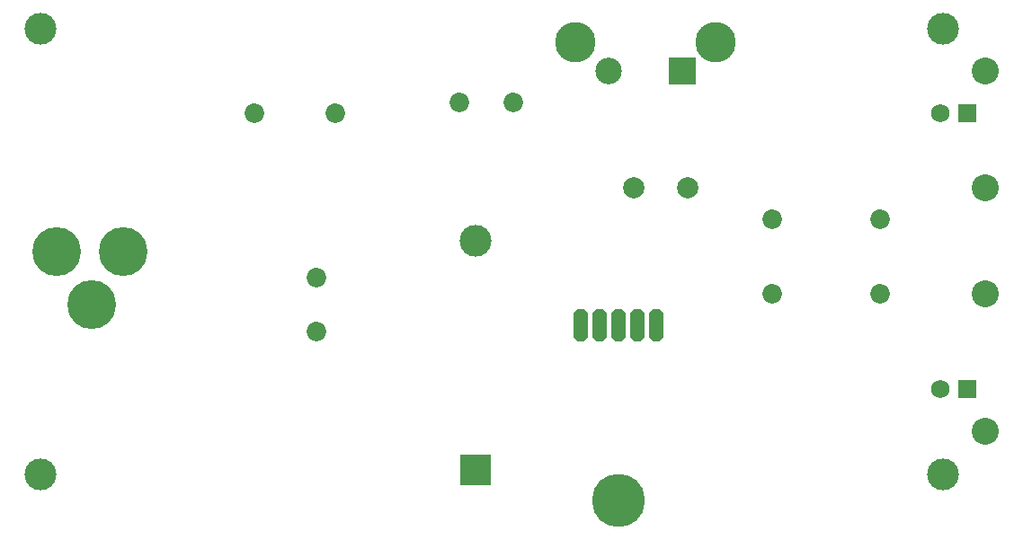
<source format=gbr>
%FSLAX42Y42*%
%MOMM*%
G71*
G01*
G75*
G04 Layer_Physical_Order=1*
G04 Layer_Color=255*
%ADD10C,3.00*%
%ADD11C,2.54*%
%ADD12C,1.85*%
%ADD13C,2.00*%
%ADD14C,4.60*%
%ADD15C,2.50*%
%ADD16R,2.50X2.50*%
%ADD17C,3.80*%
%ADD18R,3.00X3.00*%
%ADD19C,1.85*%
%ADD20C,1.75*%
%ADD21R,1.75X1.75*%
%ADD22C,5.00*%
G04:AMPARAMS|DCode=23|XSize=1.3mm|YSize=3mm|CornerRadius=0mm|HoleSize=0mm|Usage=FLASHONLY|Rotation=180.000|XOffset=0mm|YOffset=0mm|HoleType=Round|Shape=Octagon|*
%AMOCTAGOND23*
4,1,8,0.33,-1.50,-0.33,-1.50,-0.65,-1.18,-0.65,1.18,-0.33,1.50,0.33,1.50,0.65,1.18,0.65,-1.18,0.33,-1.50,0.0*
%
%ADD23OCTAGOND23*%

D10*
X8900Y800D02*
D03*
Y5000D02*
D03*
X400D02*
D03*
Y800D02*
D03*
X4500Y3000D02*
D03*
D11*
X9300Y1200D02*
D03*
Y4600D02*
D03*
Y3500D02*
D03*
Y2500D02*
D03*
D12*
X8308Y3200D02*
D03*
X7292D02*
D03*
Y2500D02*
D03*
X8308D02*
D03*
X4854Y4300D02*
D03*
X4346D02*
D03*
X3000Y2146D02*
D03*
Y2654D02*
D03*
D13*
X5992Y3500D02*
D03*
X6500D02*
D03*
D14*
X550Y2900D02*
D03*
X1180Y2900D02*
D03*
X880Y2400D02*
D03*
D15*
X5750Y4601D02*
D03*
D16*
X6450Y4601D02*
D03*
D17*
X6757Y4872D02*
D03*
X5443D02*
D03*
D18*
X4500Y841D02*
D03*
D19*
X3181Y4200D02*
D03*
X2419D02*
D03*
D20*
X8873Y1600D02*
D03*
Y4200D02*
D03*
D21*
X9127Y1600D02*
D03*
Y4200D02*
D03*
D22*
X5844Y550D02*
D03*
D23*
X5489Y2200D02*
D03*
X5667D02*
D03*
X5844D02*
D03*
X6022D02*
D03*
X6200D02*
D03*
M02*

</source>
